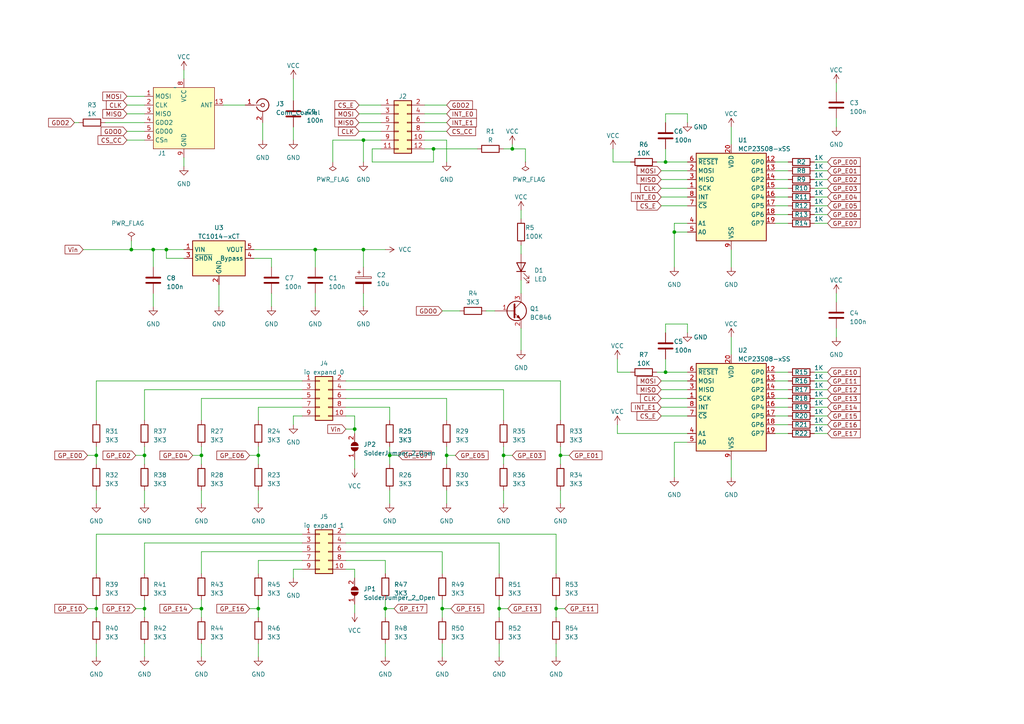
<source format=kicad_sch>
(kicad_sch (version 20230121) (generator eeschema)
  (paper "A4")
  (junction (at 162.56 132.08))
  (junction (at 27.94 132.08))
  (junction (at 111.76 176.53))
  (junction (at 91.44 72.39))
  (junction (at 129.54 132.08))
  (junction (at 58.42 132.08))
  (junction (at 48.26 72.39))
  (junction (at 125.73 43.18))
  (junction (at 113.03 132.08))
  (junction (at 44.45 72.39))
  (junction (at 74.93 176.53))
  (junction (at 41.91 176.53))
  (junction (at 41.91 132.08))
  (junction (at 38.1 72.39))
  (junction (at 102.87 124.46))
  (junction (at 161.29 176.53))
  (junction (at 27.94 176.53))
  (junction (at 144.78 176.53))
  (junction (at 105.41 40.64))
  (junction (at 193.04 46.99))
  (junction (at 195.58 67.31))
  (junction (at 128.27 176.53))
  (junction (at 193.04 107.95))
  (junction (at 74.93 132.08))
  (junction (at 105.41 72.39))
  (junction (at 58.42 176.53))
  (junction (at 146.05 132.08))
  (junction (at 148.59 43.18))
  (wire (pts (xy 224.79 62.23) (xy 228.6 62.23)))
  (wire (pts (xy 236.22 113.03) (xy 240.03 113.03)))
  (wire (pts (xy 74.93 132.08) (xy 74.93 134.62)))
  (wire (pts (xy 161.29 173.99) (xy 161.29 176.53)))
  (wire (pts (xy 55.88 132.08) (xy 58.42 132.08)))
  (wire (pts (xy 85.09 36.83) (xy 85.09 40.64)))
  (wire (pts (xy 58.42 115.57) (xy 87.63 115.57)))
  (wire (pts (xy 36.83 27.94) (xy 41.91 27.94)))
  (wire (pts (xy 27.94 132.08) (xy 27.94 134.62)))
  (wire (pts (xy 179.07 104.14) (xy 179.07 107.95)))
  (wire (pts (xy 236.22 107.95) (xy 240.03 107.95)))
  (wire (pts (xy 102.87 124.46) (xy 102.87 125.73)))
  (wire (pts (xy 27.94 186.69) (xy 27.94 190.5)))
  (wire (pts (xy 96.52 46.99) (xy 96.52 40.64)))
  (wire (pts (xy 27.94 121.92) (xy 27.94 110.49)))
  (wire (pts (xy 224.79 107.95) (xy 228.6 107.95)))
  (wire (pts (xy 73.66 74.93) (xy 78.74 74.93)))
  (wire (pts (xy 48.26 72.39) (xy 53.34 72.39)))
  (wire (pts (xy 41.91 173.99) (xy 41.91 176.53)))
  (wire (pts (xy 104.14 35.56) (xy 110.49 35.56)))
  (wire (pts (xy 144.78 157.48) (xy 144.78 166.37)))
  (wire (pts (xy 21.59 35.56) (xy 22.86 35.56)))
  (wire (pts (xy 100.33 165.1) (xy 102.87 165.1)))
  (wire (pts (xy 64.77 30.48) (xy 71.12 30.48)))
  (wire (pts (xy 105.41 85.09) (xy 105.41 88.9)))
  (wire (pts (xy 224.79 125.73) (xy 228.6 125.73)))
  (wire (pts (xy 224.79 115.57) (xy 228.6 115.57)))
  (wire (pts (xy 144.78 176.53) (xy 147.32 176.53)))
  (wire (pts (xy 53.34 45.72) (xy 53.34 48.26)))
  (wire (pts (xy 177.8 43.18) (xy 177.8 46.99)))
  (wire (pts (xy 236.22 54.61) (xy 240.03 54.61)))
  (wire (pts (xy 41.91 186.69) (xy 41.91 190.5)))
  (wire (pts (xy 162.56 132.08) (xy 165.1 132.08)))
  (wire (pts (xy 78.74 74.93) (xy 78.74 77.47)))
  (wire (pts (xy 111.76 176.53) (xy 114.3 176.53)))
  (wire (pts (xy 100.33 154.94) (xy 161.29 154.94)))
  (wire (pts (xy 179.07 125.73) (xy 199.39 125.73)))
  (wire (pts (xy 128.27 186.69) (xy 128.27 190.5)))
  (wire (pts (xy 191.77 54.61) (xy 199.39 54.61)))
  (wire (pts (xy 87.63 154.94) (xy 27.94 154.94)))
  (wire (pts (xy 58.42 132.08) (xy 58.42 134.62)))
  (wire (pts (xy 128.27 90.17) (xy 133.35 90.17)))
  (wire (pts (xy 113.03 132.08) (xy 113.03 134.62)))
  (wire (pts (xy 140.97 90.17) (xy 143.51 90.17)))
  (wire (pts (xy 105.41 72.39) (xy 111.76 72.39)))
  (wire (pts (xy 58.42 160.02) (xy 58.42 166.37)))
  (wire (pts (xy 199.39 64.77) (xy 195.58 64.77)))
  (wire (pts (xy 129.54 115.57) (xy 129.54 121.92)))
  (wire (pts (xy 38.1 72.39) (xy 44.45 72.39)))
  (wire (pts (xy 161.29 154.94) (xy 161.29 166.37)))
  (wire (pts (xy 212.09 36.83) (xy 212.09 41.91)))
  (wire (pts (xy 44.45 72.39) (xy 48.26 72.39)))
  (wire (pts (xy 195.58 67.31) (xy 195.58 77.47)))
  (wire (pts (xy 74.93 118.11) (xy 87.63 118.11)))
  (wire (pts (xy 146.05 132.08) (xy 146.05 134.62)))
  (wire (pts (xy 162.56 132.08) (xy 162.56 134.62)))
  (wire (pts (xy 236.22 46.99) (xy 240.03 46.99)))
  (wire (pts (xy 74.93 162.56) (xy 87.63 162.56)))
  (wire (pts (xy 100.33 124.46) (xy 102.87 124.46)))
  (wire (pts (xy 146.05 129.54) (xy 146.05 132.08)))
  (wire (pts (xy 242.57 95.25) (xy 242.57 97.79)))
  (wire (pts (xy 55.88 176.53) (xy 58.42 176.53)))
  (wire (pts (xy 74.93 176.53) (xy 74.93 179.07)))
  (wire (pts (xy 193.04 43.18) (xy 193.04 46.99)))
  (wire (pts (xy 144.78 176.53) (xy 144.78 179.07)))
  (wire (pts (xy 58.42 129.54) (xy 58.42 132.08)))
  (wire (pts (xy 128.27 176.53) (xy 130.81 176.53)))
  (wire (pts (xy 104.14 30.48) (xy 110.49 30.48)))
  (wire (pts (xy 85.09 22.86) (xy 85.09 29.21)))
  (wire (pts (xy 105.41 40.64) (xy 105.41 46.99)))
  (wire (pts (xy 102.87 133.35) (xy 102.87 135.89)))
  (wire (pts (xy 100.33 120.65) (xy 102.87 120.65)))
  (wire (pts (xy 24.13 72.39) (xy 38.1 72.39)))
  (wire (pts (xy 125.73 43.18) (xy 138.43 43.18)))
  (wire (pts (xy 74.93 186.69) (xy 74.93 190.5)))
  (wire (pts (xy 100.33 115.57) (xy 129.54 115.57)))
  (wire (pts (xy 146.05 132.08) (xy 148.59 132.08)))
  (wire (pts (xy 100.33 110.49) (xy 162.56 110.49)))
  (wire (pts (xy 193.04 46.99) (xy 199.39 46.99)))
  (wire (pts (xy 27.94 129.54) (xy 27.94 132.08)))
  (wire (pts (xy 48.26 74.93) (xy 48.26 72.39)))
  (wire (pts (xy 144.78 173.99) (xy 144.78 176.53)))
  (wire (pts (xy 236.22 115.57) (xy 240.03 115.57)))
  (wire (pts (xy 41.91 113.03) (xy 87.63 113.03)))
  (wire (pts (xy 125.73 46.99) (xy 125.73 43.18)))
  (wire (pts (xy 128.27 176.53) (xy 128.27 179.07)))
  (wire (pts (xy 236.22 62.23) (xy 240.03 62.23)))
  (wire (pts (xy 242.57 34.29) (xy 242.57 36.83)))
  (wire (pts (xy 123.19 38.1) (xy 129.54 38.1)))
  (wire (pts (xy 224.79 113.03) (xy 228.6 113.03)))
  (wire (pts (xy 41.91 142.24) (xy 41.91 146.05)))
  (wire (pts (xy 78.74 85.09) (xy 78.74 88.9)))
  (wire (pts (xy 161.29 176.53) (xy 163.83 176.53)))
  (wire (pts (xy 195.58 64.77) (xy 195.58 67.31)))
  (wire (pts (xy 27.94 173.99) (xy 27.94 176.53)))
  (wire (pts (xy 224.79 54.61) (xy 228.6 54.61)))
  (wire (pts (xy 58.42 121.92) (xy 58.42 115.57)))
  (wire (pts (xy 87.63 165.1) (xy 85.09 165.1)))
  (wire (pts (xy 53.34 20.32) (xy 53.34 22.86)))
  (wire (pts (xy 72.39 132.08) (xy 74.93 132.08)))
  (wire (pts (xy 191.77 49.53) (xy 199.39 49.53)))
  (wire (pts (xy 87.63 157.48) (xy 41.91 157.48)))
  (wire (pts (xy 74.93 129.54) (xy 74.93 132.08)))
  (wire (pts (xy 73.66 72.39) (xy 91.44 72.39)))
  (wire (pts (xy 74.93 121.92) (xy 74.93 118.11)))
  (wire (pts (xy 25.4 132.08) (xy 27.94 132.08)))
  (wire (pts (xy 161.29 186.69) (xy 161.29 190.5)))
  (wire (pts (xy 224.79 57.15) (xy 228.6 57.15)))
  (wire (pts (xy 212.09 97.79) (xy 212.09 102.87)))
  (wire (pts (xy 36.83 38.1) (xy 41.91 38.1)))
  (wire (pts (xy 193.04 93.98) (xy 199.39 93.98)))
  (wire (pts (xy 144.78 186.69) (xy 144.78 190.5)))
  (wire (pts (xy 236.22 120.65) (xy 240.03 120.65)))
  (wire (pts (xy 104.14 33.02) (xy 110.49 33.02)))
  (wire (pts (xy 151.13 95.25) (xy 151.13 101.6)))
  (wire (pts (xy 199.39 93.98) (xy 199.39 96.52)))
  (wire (pts (xy 224.79 64.77) (xy 228.6 64.77)))
  (wire (pts (xy 191.77 115.57) (xy 199.39 115.57)))
  (wire (pts (xy 100.33 113.03) (xy 146.05 113.03)))
  (wire (pts (xy 39.37 132.08) (xy 41.91 132.08)))
  (wire (pts (xy 193.04 104.14) (xy 193.04 107.95)))
  (wire (pts (xy 242.57 24.13) (xy 242.57 26.67)))
  (wire (pts (xy 224.79 120.65) (xy 228.6 120.65)))
  (wire (pts (xy 193.04 35.56) (xy 193.04 33.02)))
  (wire (pts (xy 123.19 40.64) (xy 129.54 40.64)))
  (wire (pts (xy 96.52 40.64) (xy 105.41 40.64)))
  (wire (pts (xy 63.5 82.55) (xy 63.5 88.9)))
  (wire (pts (xy 236.22 123.19) (xy 240.03 123.19)))
  (wire (pts (xy 236.22 52.07) (xy 240.03 52.07)))
  (wire (pts (xy 105.41 72.39) (xy 105.41 77.47)))
  (wire (pts (xy 104.14 38.1) (xy 110.49 38.1)))
  (wire (pts (xy 162.56 110.49) (xy 162.56 121.92)))
  (wire (pts (xy 236.22 59.69) (xy 240.03 59.69)))
  (wire (pts (xy 242.57 85.09) (xy 242.57 87.63)))
  (wire (pts (xy 74.93 173.99) (xy 74.93 176.53)))
  (wire (pts (xy 191.77 113.03) (xy 199.39 113.03)))
  (wire (pts (xy 27.94 142.24) (xy 27.94 146.05)))
  (wire (pts (xy 161.29 176.53) (xy 161.29 179.07)))
  (wire (pts (xy 113.03 142.24) (xy 113.03 146.05)))
  (wire (pts (xy 146.05 113.03) (xy 146.05 121.92)))
  (wire (pts (xy 191.77 118.11) (xy 199.39 118.11)))
  (wire (pts (xy 224.79 118.11) (xy 228.6 118.11)))
  (wire (pts (xy 110.49 43.18) (xy 107.95 43.18)))
  (wire (pts (xy 212.09 72.39) (xy 212.09 77.47)))
  (wire (pts (xy 111.76 176.53) (xy 111.76 179.07)))
  (wire (pts (xy 224.79 59.69) (xy 228.6 59.69)))
  (wire (pts (xy 113.03 118.11) (xy 113.03 121.92)))
  (wire (pts (xy 25.4 176.53) (xy 27.94 176.53)))
  (wire (pts (xy 111.76 173.99) (xy 111.76 176.53)))
  (wire (pts (xy 100.33 157.48) (xy 144.78 157.48)))
  (wire (pts (xy 162.56 129.54) (xy 162.56 132.08)))
  (wire (pts (xy 113.03 132.08) (xy 115.57 132.08)))
  (wire (pts (xy 123.19 33.02) (xy 129.54 33.02)))
  (wire (pts (xy 177.8 46.99) (xy 182.88 46.99)))
  (wire (pts (xy 100.33 160.02) (xy 128.27 160.02)))
  (wire (pts (xy 162.56 142.24) (xy 162.56 146.05)))
  (wire (pts (xy 110.49 40.64) (xy 105.41 40.64)))
  (wire (pts (xy 199.39 33.02) (xy 199.39 35.56)))
  (wire (pts (xy 191.77 59.69) (xy 199.39 59.69)))
  (wire (pts (xy 128.27 173.99) (xy 128.27 176.53)))
  (wire (pts (xy 100.33 162.56) (xy 111.76 162.56)))
  (wire (pts (xy 179.07 107.95) (xy 182.88 107.95)))
  (wire (pts (xy 152.4 43.18) (xy 148.59 43.18)))
  (wire (pts (xy 85.09 120.65) (xy 85.09 123.19)))
  (wire (pts (xy 87.63 160.02) (xy 58.42 160.02)))
  (wire (pts (xy 236.22 64.77) (xy 240.03 64.77)))
  (wire (pts (xy 236.22 118.11) (xy 240.03 118.11)))
  (wire (pts (xy 224.79 110.49) (xy 228.6 110.49)))
  (wire (pts (xy 193.04 33.02) (xy 199.39 33.02)))
  (wire (pts (xy 53.34 74.93) (xy 48.26 74.93)))
  (wire (pts (xy 58.42 186.69) (xy 58.42 190.5)))
  (wire (pts (xy 76.2 35.56) (xy 76.2 40.64)))
  (wire (pts (xy 74.93 142.24) (xy 74.93 146.05)))
  (wire (pts (xy 36.83 33.02) (xy 41.91 33.02)))
  (wire (pts (xy 212.09 133.35) (xy 212.09 138.43)))
  (wire (pts (xy 129.54 129.54) (xy 129.54 132.08)))
  (wire (pts (xy 123.19 30.48) (xy 129.54 30.48)))
  (wire (pts (xy 100.33 118.11) (xy 113.03 118.11)))
  (wire (pts (xy 193.04 96.52) (xy 193.04 93.98)))
  (wire (pts (xy 191.77 52.07) (xy 199.39 52.07)))
  (wire (pts (xy 128.27 160.02) (xy 128.27 166.37)))
  (wire (pts (xy 148.59 43.18) (xy 148.59 41.91)))
  (wire (pts (xy 190.5 107.95) (xy 193.04 107.95)))
  (wire (pts (xy 123.19 35.56) (xy 129.54 35.56)))
  (wire (pts (xy 36.83 40.64) (xy 41.91 40.64)))
  (wire (pts (xy 102.87 165.1) (xy 102.87 167.64)))
  (wire (pts (xy 199.39 67.31) (xy 195.58 67.31)))
  (wire (pts (xy 195.58 128.27) (xy 195.58 138.43)))
  (wire (pts (xy 236.22 110.49) (xy 240.03 110.49)))
  (wire (pts (xy 44.45 72.39) (xy 44.45 77.47)))
  (wire (pts (xy 224.79 52.07) (xy 228.6 52.07)))
  (wire (pts (xy 224.79 46.99) (xy 228.6 46.99)))
  (wire (pts (xy 41.91 132.08) (xy 41.91 134.62)))
  (wire (pts (xy 102.87 120.65) (xy 102.87 124.46)))
  (wire (pts (xy 236.22 49.53) (xy 240.03 49.53)))
  (wire (pts (xy 111.76 162.56) (xy 111.76 166.37)))
  (wire (pts (xy 193.04 107.95) (xy 199.39 107.95)))
  (wire (pts (xy 27.94 154.94) (xy 27.94 166.37)))
  (wire (pts (xy 224.79 123.19) (xy 228.6 123.19)))
  (wire (pts (xy 129.54 132.08) (xy 129.54 134.62)))
  (wire (pts (xy 38.1 69.85) (xy 38.1 72.39)))
  (wire (pts (xy 30.48 35.56) (xy 41.91 35.56)))
  (wire (pts (xy 91.44 72.39) (xy 91.44 77.47)))
  (wire (pts (xy 107.95 43.18) (xy 107.95 46.99)))
  (wire (pts (xy 146.05 43.18) (xy 148.59 43.18)))
  (wire (pts (xy 151.13 71.12) (xy 151.13 73.66)))
  (wire (pts (xy 111.76 186.69) (xy 111.76 190.5)))
  (wire (pts (xy 191.77 120.65) (xy 199.39 120.65)))
  (wire (pts (xy 72.39 176.53) (xy 74.93 176.53)))
  (wire (pts (xy 152.4 43.18) (xy 152.4 46.99)))
  (wire (pts (xy 85.09 165.1) (xy 85.09 167.64)))
  (wire (pts (xy 91.44 85.09) (xy 91.44 88.9)))
  (wire (pts (xy 224.79 49.53) (xy 228.6 49.53)))
  (wire (pts (xy 107.95 46.99) (xy 125.73 46.99)))
  (wire (pts (xy 27.94 110.49) (xy 87.63 110.49)))
  (wire (pts (xy 151.13 81.28) (xy 151.13 85.09)))
  (wire (pts (xy 39.37 176.53) (xy 41.91 176.53)))
  (wire (pts (xy 27.94 176.53) (xy 27.94 179.07)))
  (wire (pts (xy 36.83 30.48) (xy 41.91 30.48)))
  (wire (pts (xy 58.42 173.99) (xy 58.42 176.53)))
  (wire (pts (xy 87.63 120.65) (xy 85.09 120.65)))
  (wire (pts (xy 41.91 176.53) (xy 41.91 179.07)))
  (wire (pts (xy 74.93 166.37) (xy 74.93 162.56)))
  (wire (pts (xy 191.77 110.49) (xy 199.39 110.49)))
  (wire (pts (xy 58.42 142.24) (xy 58.42 146.05)))
  (wire (pts (xy 123.19 43.18) (xy 125.73 43.18)))
  (wire (pts (xy 199.39 128.27) (xy 195.58 128.27)))
  (wire (pts (xy 129.54 40.64) (xy 129.54 46.99)))
  (wire (pts (xy 113.03 129.54) (xy 113.03 132.08)))
  (wire (pts (xy 129.54 132.08) (xy 132.08 132.08)))
  (wire (pts (xy 146.05 142.24) (xy 146.05 146.05)))
  (wire (pts (xy 41.91 157.48) (xy 41.91 166.37)))
  (wire (pts (xy 41.91 113.03) (xy 41.91 121.92)))
  (wire (pts (xy 44.45 85.09) (xy 44.45 88.9)))
  (wire (pts (xy 151.13 63.5) (xy 151.13 60.96)))
  (wire (pts (xy 91.44 72.39) (xy 105.41 72.39)))
  (wire (pts (xy 129.54 142.24) (xy 129.54 146.05)))
  (wire (pts (xy 41.91 129.54) (xy 41.91 132.08)))
  (wire (pts (xy 102.87 175.26) (xy 102.87 177.8)))
  (wire (pts (xy 179.07 123.19) (xy 179.07 125.73)))
  (wire (pts (xy 191.77 57.15) (xy 199.39 57.15)))
  (wire (pts (xy 190.5 46.99) (xy 193.04 46.99)))
  (wire (pts (xy 58.42 176.53) (xy 58.42 179.07)))
  (wire (pts (xy 236.22 57.15) (xy 240.03 57.15)))
  (wire (pts (xy 236.22 125.73) (xy 240.03 125.73)))
  (global_label "Vin" (shape input) (at 100.33 124.46 180) (property "Intersheetrefs" "${INTERSHEET_REFS}" (effects hide)))
  (global_label "GP_E00" (shape input) (at 25.4 132.08 180) (property "Intersheetrefs" "${INTERSHEET_REFS}" (effects hide)))
  (global_label "GP_E14" (shape input) (at 55.88 176.53 180) (property "Intersheetrefs" "${INTERSHEET_REFS}" (effects hide)))
  (global_label "GP_E10" (shape input) (at 240.03 107.95 0) (property "Intersheetrefs" "${INTERSHEET_REFS}" (effects hide)))
  (global_label "GP_E11" (shape input) (at 240.03 110.49 0) (property "Intersheetrefs" "${INTERSHEET_REFS}" (effects hide)))
  (global_label "CS_E" (shape input) (at 191.77 59.69 180) (property "Intersheetrefs" "${INTERSHEET_REFS}" (effects hide)))
  (global_label "MISO" (shape input) (at 104.14 35.56 180) (property "Intersheetrefs" "${INTERSHEET_REFS}" (effects hide)))
  (global_label "MISO" (shape input) (at 191.77 113.03 180) (property "Intersheetrefs" "${INTERSHEET_REFS}" (effects hide)))
  (global_label "INT_E1" (shape input) (at 191.77 118.11 180) (property "Intersheetrefs" "${INTERSHEET_REFS}" (effects hide)))
  (global_label "GP_E06" (shape input) (at 240.03 62.23 0) (property "Intersheetrefs" "${INTERSHEET_REFS}" (effects hide)))
  (global_label "GP_E12" (shape input) (at 240.03 113.03 0) (property "Intersheetrefs" "${INTERSHEET_REFS}" (effects hide)))
  (global_label "GP_E03" (shape input) (at 148.59 132.08 0) (property "Intersheetrefs" "${INTERSHEET_REFS}" (effects hide)))
  (global_label "CS_E" (shape input) (at 191.77 120.65 180) (property "Intersheetrefs" "${INTERSHEET_REFS}" (effects hide)))
  (global_label "GDO2" (shape input) (at 129.54 30.48 0) (property "Intersheetrefs" "${INTERSHEET_REFS}" (effects hide)))
  (global_label "GP_E06" (shape input) (at 72.39 132.08 180) (property "Intersheetrefs" "${INTERSHEET_REFS}" (effects hide)))
  (global_label "GP_E07" (shape input) (at 115.57 132.08 0) (property "Intersheetrefs" "${INTERSHEET_REFS}" (effects hide)))
  (global_label "INT_E0" (shape input) (at 129.54 33.02 0) (property "Intersheetrefs" "${INTERSHEET_REFS}" (effects hide)))
  (global_label "MISO" (shape input) (at 191.77 52.07 180) (property "Intersheetrefs" "${INTERSHEET_REFS}" (effects hide)))
  (global_label "MOSI" (shape input) (at 104.14 33.02 180) (property "Intersheetrefs" "${INTERSHEET_REFS}" (effects hide)))
  (global_label "Vin" (shape input) (at 24.13 72.39 180) (property "Intersheetrefs" "${INTERSHEET_REFS}" (effects hide)))
  (global_label "GDO0" (shape input) (at 36.83 38.1 180) (property "Intersheetrefs" "${INTERSHEET_REFS}" (effects hide)))
  (global_label "GP_E17" (shape input) (at 240.03 125.73 0) (property "Intersheetrefs" "${INTERSHEET_REFS}" (effects hide)))
  (global_label "CS_CC" (shape input) (at 36.83 40.64 180) (property "Intersheetrefs" "${INTERSHEET_REFS}" (effects hide)))
  (global_label "CLK" (shape input) (at 191.77 54.61 180) (property "Intersheetrefs" "${INTERSHEET_REFS}" (effects hide)))
  (global_label "GP_E04" (shape input) (at 240.03 57.15 0) (property "Intersheetrefs" "${INTERSHEET_REFS}" (effects hide)))
  (global_label "GP_E03" (shape input) (at 240.03 54.61 0) (property "Intersheetrefs" "${INTERSHEET_REFS}" (effects hide)))
  (global_label "CLK" (shape input) (at 191.77 115.57 180) (property "Intersheetrefs" "${INTERSHEET_REFS}" (effects hide)))
  (global_label "GP_E11" (shape input) (at 163.83 176.53 0) (property "Intersheetrefs" "${INTERSHEET_REFS}" (effects hide)))
  (global_label "GP_E05" (shape input) (at 132.08 132.08 0) (property "Intersheetrefs" "${INTERSHEET_REFS}" (effects hide)))
  (global_label "GP_E00" (shape input) (at 240.03 46.99 0) (property "Intersheetrefs" "${INTERSHEET_REFS}" (effects hide)))
  (global_label "CS_E" (shape input) (at 104.14 30.48 180) (property "Intersheetrefs" "${INTERSHEET_REFS}" (effects hide)))
  (global_label "CLK" (shape input) (at 36.83 30.48 180) (property "Intersheetrefs" "${INTERSHEET_REFS}" (effects hide)))
  (global_label "GP_E16" (shape input) (at 240.03 123.19 0) (property "Intersheetrefs" "${INTERSHEET_REFS}" (effects hide)))
  (global_label "MOSI" (shape input) (at 191.77 49.53 180) (property "Intersheetrefs" "${INTERSHEET_REFS}" (effects hide)))
  (global_label "GP_E13" (shape input) (at 240.03 115.57 0) (property "Intersheetrefs" "${INTERSHEET_REFS}" (effects hide)))
  (global_label "GP_E13" (shape input) (at 147.32 176.53 0) (property "Intersheetrefs" "${INTERSHEET_REFS}" (effects hide)))
  (global_label "GP_E17" (shape input) (at 114.3 176.53 0) (property "Intersheetrefs" "${INTERSHEET_REFS}" (effects hide)))
  (global_label "GP_E01" (shape input) (at 240.03 49.53 0) (property "Intersheetrefs" "${INTERSHEET_REFS}" (effects hide)))
  (global_label "MOSI" (shape input) (at 36.83 27.94 180) (property "Intersheetrefs" "${INTERSHEET_REFS}" (effects hide)))
  (global_label "GP_E02" (shape input) (at 39.37 132.08 180) (property "Intersheetrefs" "${INTERSHEET_REFS}" (effects hide)))
  (global_label "GDO0" (shape input) (at 128.27 90.17 180) (property "Intersheetrefs" "${INTERSHEET_REFS}" (effects hide)))
  (global_label "MISO" (shape input) (at 36.83 33.02 180) (property "Intersheetrefs" "${INTERSHEET_REFS}" (effects hide)))
  (global_label "GP_E05" (shape input) (at 240.03 59.69 0) (property "Intersheetrefs" "${INTERSHEET_REFS}" (effects hide)))
  (global_label "GP_E15" (shape input) (at 130.81 176.53 0) (property "Intersheetrefs" "${INTERSHEET_REFS}" (effects hide)))
  (global_label "MOSI" (shape input) (at 191.77 110.49 180) (property "Intersheetrefs" "${INTERSHEET_REFS}" (effects hide)))
  (global_label "GDO2" (shape input) (at 21.59 35.56 180) (property "Intersheetrefs" "${INTERSHEET_REFS}" (effects hide)))
  (global_label "GP_E10" (shape input) (at 25.4 176.53 180) (property "Intersheetrefs" "${INTERSHEET_REFS}" (effects hide)))
  (global_label "INT_E0" (shape input) (at 191.77 57.15 180) (property "Intersheetrefs" "${INTERSHEET_REFS}" (effects hide)))
  (global_label "GP_E14" (shape input) (at 240.03 118.11 0) (property "Intersheetrefs" "${INTERSHEET_REFS}" (effects hide)))
  (global_label "GP_E12" (shape input) (at 39.37 176.53 180) (property "Intersheetrefs" "${INTERSHEET_REFS}" (effects hide)))
  (global_label "GP_E15" (shape input) (at 240.03 120.65 0) (property "Intersheetrefs" "${INTERSHEET_REFS}" (effects hide)))
  (global_label "GP_E16" (shape input) (at 72.39 176.53 180) (property "Intersheetrefs" "${INTERSHEET_REFS}" (effects hide)))
  (global_label "GP_E04" (shape input) (at 55.88 132.08 180) (property "Intersheetrefs" "${INTERSHEET_REFS}" (effects hide)))
  (global_label "INT_E1" (shape input) (at 129.54 35.56 0) (property "Intersheetrefs" "${INTERSHEET_REFS}" (effects hide)))
  (global_label "CS_CC" (shape input) (at 129.54 38.1 0) (property "Intersheetrefs" "${INTERSHEET_REFS}" (effects hide)))
  (global_label "GP_E07" (shape input) (at 240.03 64.77 0) (property "Intersheetrefs" "${INTERSHEET_REFS}" (effects hide)))
  (global_label "GP_E02" (shape input) (at 240.03 52.07 0) (property "Intersheetrefs" "${INTERSHEET_REFS}" (effects hide)))
  (global_label "CLK" (shape input) (at 104.14 38.1 180) (property "Intersheetrefs" "${INTERSHEET_REFS}" (effects hide)))
  (global_label "GP_E01" (shape input) (at 165.1 132.08 0) (property "Intersheetrefs" "${INTERSHEET_REFS}" (effects hide)))
  (symbol (lib_id "Device:C") (at 242.57 91.44 0) (unit 1)
    (property "Reference" "C4" (at 246.38 90.805 0) (effects (justify left)))
    (property "Value" "100n" (at 246.38 93.345 0) (effects (justify left)))
    (property "Footprint" "Capacitor_SMD:C_0805_2012Metric_Pad1.18x1.45mm_HandSolder" (effects hide))
  )
  (symbol (lib_id "power:GND") (at 199.39 96.52 0) (unit 1)
    (property "Reference" "#PWR026" (effects hide))
    (property "Value" "GND" (at 203.2 97.79 0))
  )
  (symbol (lib_id "Device:R") (at 232.41 59.69 90) (unit 1)
    (property "Reference" "R12" (at 232.41 59.69 90))
    (property "Value" "1K" (at 237.49 58.42 90))
    (property "Footprint" "Resistor_SMD:R_0805_2012Metric_Pad1.20x1.40mm_HandSolder" (effects hide))
  )
  (symbol (lib_id "power:GND") (at 212.09 138.43 0) (unit 1)
    (property "Reference" "#PWR022" (effects hide))
    (property "Value" "GND" (at 212.09 143.51 0))
  )
  (symbol (lib_id "Regulator_Linear:TC1014-xCT") (at 63.5 74.93 0) (unit 1)
    (property "Reference" "U3" (at 63.5 66.04 0))
    (property "Value" "TC1014-xCT" (at 63.5 68.58 0))
    (property "Footprint" "Package_TO_SOT_SMD:SOT-23-5" (effects hide))
    (property "Datasheet" "https://ww1.microchip.com/downloads/aemDocuments/documents/APID/ProductDocuments/DataSheets/21335e.pdf" (effects hide))
  )
  (symbol (lib_id "power:PWR_FLAG") (at 96.52 46.99 180) (unit 1)
    (property "Reference" "#FLG02" (effects hide))
    (property "Value" "PWR_FLAG" (at 96.52 52.07 0))
  )
  (symbol (lib_id "Device:R") (at 58.42 182.88 180) (unit 1)
    (property "Reference" "R44" (at 60.96 182.245 0) (effects (justify right)))
    (property "Value" "3K3" (at 60.96 184.785 0) (effects (justify right)))
    (property "Footprint" "Resistor_SMD:R_0805_2012Metric_Pad1.20x1.40mm_HandSolder" (effects hide))
  )
  (symbol (lib_id "power:VCC") (at 179.07 123.19 0) (unit 1)
    (property "Reference" "#PWR025" (effects hide))
    (property "Value" "VCC" (at 179.07 119.38 0))
  )
  (symbol (lib_id "Device:LED") (at 151.13 77.47 90) (unit 1)
    (property "Reference" "D1" (at 154.94 78.4225 90) (effects (justify right)))
    (property "Value" "LED" (at 154.94 80.9625 90) (effects (justify right)))
    (property "Footprint" "LED_SMD:LED_0805_2012Metric_Pad1.15x1.40mm_HandSolder" (effects hide))
  )
  (symbol (lib_id "Device:R") (at 232.41 64.77 90) (unit 1)
    (property "Reference" "R14" (at 232.41 64.77 90))
    (property "Value" "1K" (at 237.49 63.5 90))
    (property "Footprint" "Resistor_SMD:R_0805_2012Metric_Pad1.20x1.40mm_HandSolder" (effects hide))
  )
  (symbol (lib_id "Device:R") (at 74.93 125.73 180) (unit 1)
    (property "Reference" "R24" (at 77.47 125.095 0) (effects (justify right)))
    (property "Value" "3K3" (at 77.47 127.635 0) (effects (justify right)))
    (property "Footprint" "Resistor_SMD:R_0805_2012Metric_Pad1.20x1.40mm_HandSolder" (effects hide))
  )
  (symbol (lib_id "Device:R") (at 146.05 138.43 180) (unit 1)
    (property "Reference" "R36" (at 148.59 137.795 0) (effects (justify right)))
    (property "Value" "3K3" (at 148.59 140.335 0) (effects (justify right)))
    (property "Footprint" "Resistor_SMD:R_0805_2012Metric_Pad1.20x1.40mm_HandSolder" (effects hide))
  )
  (symbol (lib_id "power:GND") (at 212.09 77.47 0) (unit 1)
    (property "Reference" "#PWR014" (effects hide))
    (property "Value" "GND" (at 212.09 82.55 0))
  )
  (symbol (lib_id "Device:R") (at 41.91 182.88 180) (unit 1)
    (property "Reference" "R42" (at 44.45 182.245 0) (effects (justify right)))
    (property "Value" "3K3" (at 44.45 184.785 0) (effects (justify right)))
    (property "Footprint" "Resistor_SMD:R_0805_2012Metric_Pad1.20x1.40mm_HandSolder" (effects hide))
  )
  (symbol (lib_id "Device:R") (at 113.03 138.43 180) (unit 1)
    (property "Reference" "R26" (at 115.57 137.795 0) (effects (justify right)))
    (property "Value" "3K3" (at 115.57 140.335 0) (effects (justify right)))
    (property "Footprint" "Resistor_SMD:R_0805_2012Metric_Pad1.20x1.40mm_HandSolder" (effects hide))
  )
  (symbol (lib_id "Device:R") (at 27.94 170.18 180) (unit 1)
    (property "Reference" "R39" (at 30.48 169.545 0) (effects (justify right)))
    (property "Value" "3K3" (at 30.48 172.085 0) (effects (justify right)))
    (property "Footprint" "Resistor_SMD:R_0805_2012Metric_Pad1.20x1.40mm_HandSolder" (effects hide))
  )
  (symbol (lib_id "Device:R") (at 144.78 182.88 180) (unit 1)
    (property "Reference" "R52" (at 147.32 182.245 0) (effects (justify right)))
    (property "Value" "3K3" (at 147.32 184.785 0) (effects (justify right)))
    (property "Footprint" "Resistor_SMD:R_0805_2012Metric_Pad1.20x1.40mm_HandSolder" (effects hide))
  )
  (symbol (lib_id "Device:R") (at 232.41 120.65 90) (unit 1)
    (property "Reference" "R20" (at 232.41 120.65 90))
    (property "Value" "1K" (at 237.49 119.38 90))
    (property "Footprint" "Resistor_SMD:R_0805_2012Metric_Pad1.20x1.40mm_HandSolder" (effects hide))
  )
  (symbol (lib_id "Device:R") (at 232.41 110.49 90) (unit 1)
    (property "Reference" "R16" (at 232.41 110.49 90))
    (property "Value" "1K" (at 237.49 109.22 90))
    (property "Footprint" "Resistor_SMD:R_0805_2012Metric_Pad1.20x1.40mm_HandSolder" (effects hide))
  )
  (symbol (lib_id "Device:R") (at 232.41 49.53 90) (unit 1)
    (property "Reference" "R8" (at 232.41 49.53 90))
    (property "Value" "1K" (at 237.49 48.26 90))
    (property "Footprint" "Resistor_SMD:R_0805_2012Metric_Pad1.20x1.40mm_HandSolder" (effects hide))
  )
  (symbol (lib_id "power:VCC") (at 151.13 60.96 0) (unit 1)
    (property "Reference" "#PWR07" (effects hide))
    (property "Value" "VCC" (at 151.13 57.15 0))
  )
  (symbol (lib_id "Device:R") (at 41.91 125.73 180) (unit 1)
    (property "Reference" "R37" (at 44.45 125.095 0) (effects (justify right)))
    (property "Value" "3K3" (at 44.45 127.635 0) (effects (justify right)))
    (property "Footprint" "Resistor_SMD:R_0805_2012Metric_Pad1.20x1.40mm_HandSolder" (effects hide))
  )
  (symbol (lib_id "power:VCC") (at 177.8 43.18 0) (unit 1)
    (property "Reference" "#PWR017" (effects hide))
    (property "Value" "VCC" (at 177.8 39.37 0))
  )
  (symbol (lib_id "power:GND") (at 129.54 146.05 0) (unit 1)
    (property "Reference" "#PWR035" (effects hide))
    (property "Value" "GND" (at 129.54 151.13 0))
  )
  (symbol (lib_id "power:VCC") (at 212.09 97.79 0) (unit 1)
    (property "Reference" "#PWR021" (effects hide))
    (property "Value" "VCC" (at 212.09 93.98 0))
  )
  (symbol (lib_id "power:GND") (at 44.45 88.9 0) (unit 1)
    (property "Reference" "#PWR050" (effects hide))
    (property "Value" "GND" (at 44.45 93.98 0))
  )
  (symbol (lib_id "power:VCC") (at 102.87 135.89 180) (unit 1)
    (property "Reference" "#PWR048" (effects hide))
    (property "Value" "VCC" (at 102.87 140.97 0))
  )
  (symbol (lib_id "Device:R") (at 232.41 125.73 90) (unit 1)
    (property "Reference" "R22" (at 232.41 125.73 90))
    (property "Value" "1K" (at 237.49 124.46 90))
    (property "Footprint" "Resistor_SMD:R_0805_2012Metric_Pad1.20x1.40mm_HandSolder" (effects hide))
  )
  (symbol (lib_id "Device:C") (at 85.09 33.02 0) (unit 1)
    (property "Reference" "C9" (at 88.9 32.385 0) (effects (justify left)))
    (property "Value" "100n" (at 88.9 34.925 0) (effects (justify left)))
    (property "Footprint" "Capacitor_SMD:C_0805_2012Metric_Pad1.18x1.45mm_HandSolder" (effects hide))
  )
  (symbol (lib_id "power:GND") (at 27.94 190.5 0) (unit 1)
    (property "Reference" "#PWR040" (effects hide))
    (property "Value" "GND" (at 27.94 195.58 0))
  )
  (symbol (lib_id "power:GND") (at 105.41 46.99 0) (unit 1)
    (property "Reference" "#PWR01" (effects hide))
    (property "Value" "GND" (at 105.41 52.07 0))
  )
  (symbol (lib_id "Device:R") (at 129.54 125.73 180) (unit 1)
    (property "Reference" "R29" (at 132.08 125.095 0) (effects (justify right)))
    (property "Value" "3K3" (at 132.08 127.635 0) (effects (justify right)))
    (property "Footprint" "Resistor_SMD:R_0805_2012Metric_Pad1.20x1.40mm_HandSolder" (effects hide))
  )
  (symbol (lib_id "Connector_Generic:Conn_02x05_Odd_Even") (at 92.71 160.02 0) (unit 1)
    (property "Reference" "J5" (at 93.98 149.86 0))
    (property "Value" "io expand 1" (at 93.98 152.4 0))
    (property "Footprint" "Connector_PinHeader_2.54mm:PinHeader_2x05_P2.54mm_Horizontal" (effects hide))
  )
  (symbol (lib_id "Device:R") (at 232.41 57.15 90) (unit 1)
    (property "Reference" "R11" (at 232.41 57.15 90))
    (property "Value" "1K" (at 237.49 55.88 90))
    (property "Footprint" "Resistor_SMD:R_0805_2012Metric_Pad1.20x1.40mm_HandSolder" (effects hide))
  )
  (symbol (lib_id "Device:R") (at 58.42 138.43 180) (unit 1)
    (property "Reference" "R28" (at 60.96 137.795 0) (effects (justify right)))
    (property "Value" "3K3" (at 60.96 140.335 0) (effects (justify right)))
    (property "Footprint" "Resistor_SMD:R_0805_2012Metric_Pad1.20x1.40mm_HandSolder" (effects hide))
  )
  (symbol (lib_id "power:GND") (at 85.09 123.19 0) (unit 1)
    (property "Reference" "#PWR028" (effects hide))
    (property "Value" "GND" (at 85.09 128.27 0))
  )
  (symbol (lib_id "Device:R") (at 58.42 125.73 180) (unit 1)
    (property "Reference" "R27" (at 60.96 125.095 0) (effects (justify right)))
    (property "Value" "3K3" (at 60.96 127.635 0) (effects (justify right)))
    (property "Footprint" "Resistor_SMD:R_0805_2012Metric_Pad1.20x1.40mm_HandSolder" (effects hide))
  )
  (symbol (lib_id "Device:R") (at 151.13 67.31 180) (unit 1)
    (property "Reference" "R5" (at 153.67 66.04 0))
    (property "Value" "100K" (at 154.94 68.58 0))
    (property "Footprint" "Resistor_SMD:R_0805_2012Metric_Pad1.20x1.40mm_HandSolder" (effects hide))
  )
  (symbol (lib_id "power:VCC") (at 102.87 177.8 180) (unit 1)
    (property "Reference" "#PWR030" (effects hide))
    (property "Value" "VCC" (at 102.87 182.88 0))
  )
  (symbol (lib_id "Device:R") (at 129.54 138.43 180) (unit 1)
    (property "Reference" "R30" (at 132.08 137.795 0) (effects (justify right)))
    (property "Value" "3K3" (at 132.08 140.335 0) (effects (justify right)))
    (property "Footprint" "Resistor_SMD:R_0805_2012Metric_Pad1.20x1.40mm_HandSolder" (effects hide))
  )
  (symbol (lib_id "power:VCC") (at 179.07 104.14 0) (unit 1)
    (property "Reference" "#PWR019" (effects hide))
    (property "Value" "VCC" (at 179.07 100.33 0))
  )
  (symbol (lib_id "power:GND") (at 111.76 190.5 0) (unit 1)
    (property "Reference" "#PWR044" (effects hide))
    (property "Value" "GND" (at 111.76 195.58 0))
  )
  (symbol (lib_id "power:GND") (at 113.03 146.05 0) (unit 1)
    (property "Reference" "#PWR033" (effects hide))
    (property "Value" "GND" (at 113.03 151.13 0))
  )
  (symbol (lib_id "Device:R") (at 232.41 52.07 90) (unit 1)
    (property "Reference" "R9" (at 232.41 52.07 90))
    (property "Value" "1K" (at 237.49 50.8 90))
    (property "Footprint" "Resistor_SMD:R_0805_2012Metric_Pad1.20x1.40mm_HandSolder" (effects hide))
  )
  (symbol (lib_id "power:GND") (at 146.05 146.05 0) (unit 1)
    (property "Reference" "#PWR038" (effects hide))
    (property "Value" "GND" (at 146.05 151.13 0))
  )
  (symbol (lib_id "Device:R") (at 232.41 115.57 90) (unit 1)
    (property "Reference" "R18" (at 232.41 115.57 90))
    (property "Value" "1K" (at 237.49 114.3 90))
    (property "Footprint" "Resistor_SMD:R_0805_2012Metric_Pad1.20x1.40mm_HandSolder" (effects hide))
  )
  (symbol (lib_id "power:GND") (at 27.94 146.05 0) (unit 1)
    (property "Reference" "#PWR036" (effects hide))
    (property "Value" "GND" (at 27.94 151.13 0))
  )
  (symbol (lib_id "Device:R") (at 232.41 118.11 90) (unit 1)
    (property "Reference" "R19" (at 232.41 118.11 90))
    (property "Value" "1K" (at 237.49 116.84 90))
    (property "Footprint" "Resistor_SMD:R_0805_2012Metric_Pad1.20x1.40mm_HandSolder" (effects hide))
  )
  (symbol (lib_id "Device:R") (at 144.78 170.18 180) (unit 1)
    (property "Reference" "R51" (at 147.32 169.545 0) (effects (justify right)))
    (property "Value" "3K3" (at 147.32 172.085 0) (effects (justify right)))
    (property "Footprint" "Resistor_SMD:R_0805_2012Metric_Pad1.20x1.40mm_HandSolder" (effects hide))
  )
  (symbol (lib_id "power:PWR_FLAG") (at 38.1 69.85 0) (unit 1)
    (property "Reference" "#FLG03" (effects hide))
    (property "Value" "PWR_FLAG" (at 41.91 64.77 0) (effects (justify right)))
  )
  (symbol (lib_id "Device:R") (at 113.03 125.73 180) (unit 1)
    (property "Reference" "R25" (at 115.57 125.095 0) (effects (justify right)))
    (property "Value" "3K3" (at 115.57 127.635 0) (effects (justify right)))
    (property "Footprint" "Resistor_SMD:R_0805_2012Metric_Pad1.20x1.40mm_HandSolder" (effects hide))
  )
  (symbol (lib_id "Device:C") (at 78.74 81.28 0) (unit 1)
    (property "Reference" "C7" (at 82.55 80.645 0) (effects (justify left)))
    (property "Value" "100n" (at 82.55 83.185 0) (effects (justify left)))
    (property "Footprint" "Capacitor_SMD:C_0805_2012Metric_Pad1.18x1.45mm_HandSolder" (effects hide))
  )
  (symbol (lib_id "power:GND") (at 53.34 48.26 0) (unit 1)
    (property "Reference" "#PWR04" (effects hide))
    (property "Value" "GND" (at 53.34 53.34 0))
  )
  (symbol (lib_id "Transistor_BJT:BC846") (at 148.59 90.17 0) (unit 1)
    (property "Reference" "Q1" (at 153.67 89.535 0) (effects (justify left)))
    (property "Value" "BC846" (at 153.67 92.075 0) (effects (justify left)))
    (property "Footprint" "Package_TO_SOT_SMD:SOT-23" (effects hide))
    (property "Datasheet" "https://assets.nexperia.com/documents/data-sheet/BC846_SER.pdf" (effects hide))
  )
  (symbol (lib_id "power:VCC") (at 111.76 72.39 270) (unit 1)
    (property "Reference" "#PWR029" (effects hide))
    (property "Value" "VCC" (at 115.57 72.39 90) (effects (justify left)))
  )
  (symbol (lib_id "Device:C") (at 193.04 39.37 0) (mirror y) (unit 1)
    (property "Reference" "C6" (at 198.12 38.1 0) (effects (justify left)))
    (property "Value" "100n" (at 200.66 40.64 0) (effects (justify left)))
    (property "Footprint" "Capacitor_SMD:C_0805_2012Metric_Pad1.18x1.45mm_HandSolder" (effects hide))
  )
  (symbol (lib_id "power:GND") (at 151.13 101.6 0) (unit 1)
    (property "Reference" "#PWR06" (effects hide))
    (property "Value" "GND" (at 151.13 106.68 0))
  )
  (symbol (lib_id "pff_ic:MCP23S08-xSS") (at 212.09 118.11 0) (unit 1)
    (property "Reference" "U2" (at 214.0459 101.6 0) (effects (justify left)))
    (property "Value" "MCP23S08-xSS" (at 214.0459 104.14 0) (effects (justify left)))
    (property "Footprint" "Package_SO:SSOP-20_5.3x7.2mm_P0.65mm" (effects hide))
    (property "Datasheet" "https://ww1.microchip.com/downloads/aemDocuments/documents/APID/ProductDocuments/DataSheets/MCP23008-MCP23S08-Data-Sheet-DS20001919.pdf" (effects hide))
  )
  (symbol (lib_id "Connector_Generic:Conn_02x05_Odd_Even") (at 92.71 115.57 0) (unit 1)
    (property "Reference" "J4" (at 93.98 105.41 0))
    (property "Value" "io expand 0" (at 93.98 107.95 0))
    (property "Footprint" "Connector_PinHeader_2.54mm:PinHeader_2x05_P2.54mm_Horizontal" (effects hide))
  )
  (symbol (lib_id "Device:R") (at 186.69 46.99 90) (unit 1)
    (property "Reference" "R6" (at 186.69 41.91 90))
    (property "Value" "10K" (at 186.69 44.45 90))
    (property "Footprint" "Resistor_SMD:R_0805_2012Metric_Pad1.20x1.40mm_HandSolder" (effects hide))
  )
  (symbol (lib_id "Device:R") (at 232.41 123.19 90) (unit 1)
    (property "Reference" "R21" (at 232.41 123.19 90))
    (property "Value" "1K" (at 237.49 121.92 90))
    (property "Footprint" "Resistor_SMD:R_0805_2012Metric_Pad1.20x1.40mm_HandSolder" (effects hide))
  )
  (symbol (lib_id "power:GND") (at 195.58 138.43 0) (unit 1)
    (property "Reference" "#PWR020" (effects hide))
    (property "Value" "GND" (at 195.58 143.51 0))
  )
  (symbol (lib_id "Device:R") (at 74.93 138.43 180) (unit 1)
    (property "Reference" "R23" (at 77.47 137.795 0) (effects (justify right)))
    (property "Value" "3K3" (at 77.47 140.335 0) (effects (justify right)))
    (property "Footprint" "Resistor_SMD:R_0805_2012Metric_Pad1.20x1.40mm_HandSolder" (effects hide))
  )
  (symbol (lib_id "Device:R") (at 186.69 107.95 90) (unit 1)
    (property "Reference" "R7" (at 186.69 102.87 90))
    (property "Value" "10K" (at 186.69 105.41 90))
    (property "Footprint" "Resistor_SMD:R_0805_2012Metric_Pad1.20x1.40mm_HandSolder" (effects hide))
  )
  (symbol (lib_id "power:VCC") (at 242.57 85.09 0) (unit 1)
    (property "Reference" "#PWR023" (effects hide))
    (property "Value" "VCC" (at 242.57 81.28 0))
  )
  (symbol (lib_id "power:GND") (at 105.41 88.9 0) (unit 1)
    (property "Reference" "#PWR011" (effects hide))
    (property "Value" "GND" (at 105.41 93.98 0))
  )
  (symbol (lib_id "power:VCC") (at 242.57 24.13 0) (unit 1)
    (property "Reference" "#PWR016" (effects hide))
    (property "Value" "VCC" (at 242.57 20.32 0))
  )
  (symbol (lib_id "Device:R") (at 161.29 170.18 180) (unit 1)
    (property "Reference" "R53" (at 163.83 169.545 0) (effects (justify right)))
    (property "Value" "3K3" (at 163.83 172.085 0) (effects (justify right)))
    (property "Footprint" "Resistor_SMD:R_0805_2012Metric_Pad1.20x1.40mm_HandSolder" (effects hide))
  )
  (symbol (lib_id "power:VCC") (at 85.09 22.86 0) (unit 1)
    (property "Reference" "#PWR051" (effects hide))
    (property "Value" "VCC" (at 85.09 19.05 0))
  )
  (symbol (lib_id "power:GND") (at 85.09 40.64 0) (unit 1)
    (property "Reference" "#PWR010" (effects hide))
    (property "Value" "GND" (at 85.09 45.72 0))
  )
  (symbol (lib_id "power:GND") (at 242.57 36.83 0) (unit 1)
    (property "Reference" "#PWR015" (effects hide))
    (property "Value" "GND" (at 242.57 41.91 0))
  )
  (symbol (lib_id "power:GND") (at 41.91 146.05 0) (unit 1)
    (property "Reference" "#PWR039" (effects hide))
    (property "Value" "GND" (at 41.91 151.13 0))
  )
  (symbol (lib_id "Jumper:SolderJumper_2_Open") (at 102.87 171.45 90) (unit 1)
    (property "Reference" "JP1" (at 105.41 170.815 90) (effects (justify right)))
    (property "Value" "SolderJumper_2_Open" (at 105.41 173.355 90) (effects (justify right)))
    (property "Footprint" "Jumper:SolderJumper-2_P1.3mm_Open_TrianglePad1.0x1.5mm" (effects hide))
  )
  (symbol (lib_id "Device:R") (at 142.24 43.18 90) (unit 1)
    (property "Reference" "R1" (at 142.24 38.1 90))
    (property "Value" "R" (at 142.24 40.64 90))
    (property "Footprint" "Resistor_SMD:R_0805_2012Metric_Pad1.20x1.40mm_HandSolder" (effects hide))
  )
  (symbol (lib_id "power:VCC") (at 53.34 20.32 0) (unit 1)
    (property "Reference" "#PWR05" (effects hide))
    (property "Value" "VCC" (at 53.34 16.51 0))
  )
  (symbol (lib_id "Device:R") (at 232.41 62.23 90) (unit 1)
    (property "Reference" "R13" (at 232.41 62.23 90))
    (property "Value" "1K" (at 237.49 60.96 90))
    (property "Footprint" "Resistor_SMD:R_0805_2012Metric_Pad1.20x1.40mm_HandSolder" (effects hide))
  )
  (symbol (lib_id "Device:R") (at 27.94 182.88 180) (unit 1)
    (property "Reference" "R40" (at 30.48 182.245 0) (effects (justify right)))
    (property "Value" "3K3" (at 30.48 184.785 0) (effects (justify right)))
    (property "Footprint" "Resistor_SMD:R_0805_2012Metric_Pad1.20x1.40mm_HandSolder" (effects hide))
  )
  (symbol (lib_id "Device:R") (at 232.41 113.03 90) (unit 1)
    (property "Reference" "R17" (at 232.41 113.03 90))
    (property "Value" "1K" (at 237.49 111.76 90))
    (property "Footprint" "Resistor_SMD:R_0805_2012Metric_Pad1.20x1.40mm_HandSolder" (effects hide))
  )
  (symbol (lib_id "Device:R") (at 74.93 182.88 180) (unit 1)
    (property "Reference" "R46" (at 77.47 182.245 0) (effects (justify right)))
    (property "Value" "3K3" (at 77.47 184.785 0) (effects (justify right)))
    (property "Footprint" "Resistor_SMD:R_0805_2012Metric_Pad1.20x1.40mm_HandSolder" (effects hide))
  )
  (symbol (lib_id "Device:R") (at 137.16 90.17 90) (unit 1)
    (property "Reference" "R4" (at 137.16 85.09 90))
    (property "Value" "3K3" (at 137.16 87.63 90))
    (property "Footprint" "Resistor_SMD:R_0805_2012Metric_Pad1.20x1.40mm_HandSolder" (effects hide))
  )
  (symbol (lib_id "Connector_Generic:Conn_02x06_Odd_Even") (at 115.57 35.56 0) (unit 1)
    (property "Reference" "J2" (at 116.84 27.94 0))
    (property "Value" "Conn_02x06_Odd_Even" (effects hide))
    (property "Footprint" "Connector_PinHeader_2.54mm:PinHeader_2x06_P2.54mm_Horizontal" (effects hide))
  )
  (symbol (lib_id "power:GND") (at 199.39 35.56 0) (unit 1)
    (property "Reference" "#PWR027" (effects hide))
    (property "Value" "GND" (at 203.2 36.83 0))
  )
  (symbol (lib_id "power:GND") (at 58.42 190.5 0) (unit 1)
    (property "Reference" "#PWR042" (effects hide))
    (property "Value" "GND" (at 58.42 195.58 0))
  )
  (symbol (lib_id "Device:C") (at 242.57 30.48 0) (unit 1)
    (property "Reference" "C3" (at 246.38 29.845 0) (effects (justify left)))
    (property "Value" "100n" (at 246.38 32.385 0) (effects (justify left)))
    (property "Footprint" "Capacitor_SMD:C_0805_2012Metric_Pad1.18x1.45mm_HandSolder" (effects hide))
  )
  (symbol (lib_id "Device:R") (at 111.76 170.18 180) (unit 1)
    (property "Reference" "R47" (at 114.3 169.545 0) (effects (justify right)))
    (property "Value" "3K3" (at 114.3 172.085 0) (effects (justify right)))
    (property "Footprint" "Resistor_SMD:R_0805_2012Metric_Pad1.20x1.40mm_HandSolder" (effects hide))
  )
  (symbol (lib_id "Device:R") (at 74.93 170.18 180) (unit 1)
    (property "Reference" "R45" (at 77.47 169.545 0) (effects (justify right)))
    (property "Value" "3K3" (at 77.47 172.085 0) (effects (justify right)))
    (property "Footprint" "Resistor_SMD:R_0805_2012Metric_Pad1.20x1.40mm_HandSolder" (effects hide))
  )
  (symbol (lib_id "Connector:Conn_Coaxial") (at 76.2 30.48 0) (unit 1)
    (property "Reference" "J3" (at 80.01 30.1382 0) (effects (justify left)))
    (property "Value" "Conn_Coaxial" (at 80.01 32.6782 0) (effects (justify left)))
    (property "Footprint" "pff_connectors:SMA-16" (effects hide))
    (property "Datasheet" " ~" (effects hide))
  )
  (symbol (lib_id "Device:R") (at 111.76 182.88 180) (unit 1)
    (property "Reference" "R48" (at 114.3 182.245 0) (effects (justify right)))
    (property "Value" "3K3" (at 114.3 184.785 0) (effects (justify right)))
    (property "Footprint" "Resistor_SMD:R_0805_2012Metric_Pad1.20x1.40mm_HandSolder" (effects hide))
  )
  (symbol (lib_id "power:GND") (at 144.78 190.5 0) (unit 1)
    (property "Reference" "#PWR046" (effects hide))
    (property "Value" "GND" (at 144.78 195.58 0))
  )
  (symbol (lib_id "power:GND") (at 58.42 146.05 0) (unit 1)
    (property "Reference" "#PWR034" (effects hide))
    (property "Value" "GND" (at 58.42 151.13 0))
  )
  (symbol (lib_id "Device:R") (at 232.41 54.61 90) (unit 1)
    (property "Reference" "R10" (at 232.41 54.61 90))
    (property "Value" "1K" (at 237.49 53.34 90))
    (property "Footprint" "Resistor_SMD:R_0805_2012Metric_Pad1.20x1.40mm_HandSolder" (effects hide))
  )
  (symbol (lib_id "Device:R") (at 128.27 182.88 180) (unit 1)
    (property "Reference" "R50" (at 130.81 182.245 0) (effects (justify right)))
    (property "Value" "3K3" (at 130.81 184.785 0) (effects (justify right)))
    (property "Footprint" "Resistor_SMD:R_0805_2012Metric_Pad1.20x1.40mm_HandSolder" (effects hide))
  )
  (symbol (lib_id "Device:R") (at 58.42 170.18 180) (unit 1)
    (property "Reference" "R43" (at 60.96 169.545 0) (effects (justify right)))
    (property "Value" "3K3" (at 60.96 172.085 0) (effects (justify right)))
    (property "Footprint" "Resistor_SMD:R_0805_2012Metric_Pad1.20x1.40mm_HandSolder" (effects hide))
  )
  (symbol (lib_id "power:GND") (at 78.74 88.9 0) (unit 1)
    (property "Reference" "#PWR08" (effects hide))
    (property "Value" "GND" (at 78.74 93.98 0))
  )
  (symbol (lib_id "power:GND") (at 63.5 88.9 0) (unit 1)
    (property "Reference" "#PWR049" (effects hide))
    (property "Value" "GND" (at 63.5 93.98 0))
  )
  (symbol (lib_id "Device:R") (at 162.56 138.43 180) (unit 1)
    (property "Reference" "R34" (at 165.1 137.795 0) (effects (justify right)))
    (property "Value" "3K3" (at 165.1 140.335 0) (effects (justify right)))
    (property "Footprint" "Resistor_SMD:R_0805_2012Metric_Pad1.20x1.40mm_HandSolder" (effects hide))
  )
  (symbol (lib_id "Device:R") (at 162.56 125.73 180) (unit 1)
    (property "Reference" "R33" (at 165.1 125.095 0) (effects (justify right)))
    (property "Value" "3K3" (at 165.1 127.635 0) (effects (justify right)))
    (property "Footprint" "Resistor_SMD:R_0805_2012Metric_Pad1.20x1.40mm_HandSolder" (effects hide))
  )
  (symbol (lib_id "Device:R") (at 128.27 170.18 180) (unit 1)
    (property "Reference" "R49" (at 130.81 169.545 0) (effects (justify right)))
    (property "Value" "3K3" (at 130.81 172.085 0) (effects (justify right)))
    (property "Footprint" "Resistor_SMD:R_0805_2012Metric_Pad1.20x1.40mm_HandSolder" (effects hide))
  )
  (symbol (lib_id "power:GND") (at 129.54 46.99 0) (unit 1)
    (property "Reference" "#PWR02" (effects hide))
    (property "Value" "GND" (at 129.54 52.07 0))
  )
  (symbol (lib_id "power:GND") (at 91.44 88.9 0) (unit 1)
    (property "Reference" "#PWR09" (effects hide))
    (property "Value" "GND" (at 91.44 93.98 0))
  )
  (symbol (lib_id "power:PWR_FLAG") (at 152.4 46.99 180) (unit 1)
    (property "Reference" "#FLG01" (effects hide))
    (property "Value" "PWR_FLAG" (at 148.59 52.07 0) (effects (justify right)))
  )
  (symbol (lib_id "Device:R") (at 41.91 170.18 180) (unit 1)
    (property "Reference" "R41" (at 44.45 169.545 0) (effects (justify right)))
    (property "Value" "3K3" (at 44.45 172.085 0) (effects (justify right)))
    (property "Footprint" "Resistor_SMD:R_0805_2012Metric_Pad1.20x1.40mm_HandSolder" (effects hide))
  )
  (symbol (lib_id "Device:R") (at 27.94 125.73 180) (unit 1)
    (property "Reference" "R31" (at 30.48 125.095 0) (effects (justify right)))
    (property "Value" "3K3" (at 30.48 127.635 0) (effects (justify right)))
    (property "Footprint" "Resistor_SMD:R_0805_2012Metric_Pad1.20x1.40mm_HandSolder" (effects hide))
  )
  (symbol (lib_id "Device:C_Polarized") (at 105.41 81.28 0) (unit 1)
    (property "Reference" "C2" (at 109.22 79.756 0) (effects (justify left)))
    (property "Value" "10u" (at 109.22 82.296 0) (effects (justify left)))
    (property "Footprint" "Capacitor_SMD:C_Elec_4x5.8" (effects hide))
  )
  (symbol (lib_id "Device:R") (at 41.91 138.43 180) (unit 1)
    (property "Reference" "R38" (at 44.45 137.795 0) (effects (justify right)))
    (property "Value" "3K3" (at 44.45 140.335 0) (effects (justify right)))
    (property "Footprint" "Resistor_SMD:R_0805_2012Metric_Pad1.20x1.40mm_HandSolder" (effects hide))
  )
  (symbol (lib_id "power:GND") (at 195.58 77.47 0) (unit 1)
    (property "Reference" "#PWR018" (effects hide))
    (property "Value" "GND" (at 195.58 82.55 0))
  )
  (symbol (lib_id "Device:R") (at 232.41 46.99 90) (unit 1)
    (property "Reference" "R2" (at 232.41 46.99 90))
    (property "Value" "1K" (at 237.49 45.72 90))
    (property "Footprint" "Resistor_SMD:R_0805_2012Metric_Pad1.20x1.40mm_HandSolder" (effects hide))
  )
  (symbol (lib_id "power:GND") (at 41.91 190.5 0) (unit 1)
    (property "Reference" "#PWR041" (effects hide))
    (property "Value" "GND" (at 41.91 195.58 0))
  )
  (symbol (lib_id "Device:C") (at 91.44 81.28 0) (unit 1)
    (property "Reference" "C1" (at 95.25 80.645 0) (effects (justify left)))
    (property "Value" "100n" (at 95.25 83.185 0) (effects (justify left)))
    (property "Footprint" "Capacitor_SMD:C_0805_2012Metric_Pad1.18x1.45mm_HandSolder" (effects hide))
  )
  (symbol (lib_id "Device:R") (at 27.94 138.43 180) (unit 1)
    (property "Reference" "R32" (at 30.48 137.795 0) (effects (justify right)))
    (property "Value" "3K3" (at 30.48 140.335 0) (effects (justify right)))
    (property "Footprint" "Resistor_SMD:R_0805_2012Metric_Pad1.20x1.40mm_HandSolder" (effects hide))
  )
  (symbol (lib_id "power:GND") (at 162.56 146.05 0) (unit 1)
    (property "Reference" "#PWR037" (effects hide))
    (property "Value" "GND" (at 162.56 151.13 0))
  )
  (symbol (lib_id "Device:C") (at 193.04 100.33 0) (mirror y) (unit 1)
    (property "Reference" "C5" (at 198.12 99.06 0) (effects (justify left)))
    (property "Value" "100n" (at 200.66 101.6 0) (effects (justify left)))
    (property "Footprint" "Capacitor_SMD:C_0805_2012Metric_Pad1.18x1.45mm_HandSolder" (effects hide))
  )
  (symbol (lib_id "power:GND") (at 242.57 97.79 0) (unit 1)
    (property "Reference" "#PWR024" (effects hide))
    (property "Value" "GND" (at 242.57 102.87 0))
  )
  (symbol (lib_id "pff_ic:MCP23S08-xSS") (at 212.09 57.15 0) (unit 1)
    (property "Reference" "U1" (at 214.0459 40.64 0) (effects (justify left)))
    (property "Value" "MCP23S08-xSS" (at 214.0459 43.18 0) (effects (justify left)))
    (property "Footprint" "Package_SO:SSOP-20_5.3x7.2mm_P0.65mm" (effects hide))
    (property "Datasheet" "https://ww1.microchip.com/downloads/aemDocuments/documents/APID/ProductDocuments/DataSheets/MCP23008-MCP23S08-Data-Sheet-DS20001919.pdf" (effects hide))
  )
  (symbol (lib_id "power:GND") (at 74.93 146.05 0) (unit 1)
    (property "Reference" "#PWR032" (effects hide))
    (property "Value" "GND" (at 74.93 151.13 0))
  )
  (symbol (lib_id "power:VCC") (at 212.09 36.83 0) (unit 1)
    (property "Reference" "#PWR013" (effects hide))
    (property "Value" "VCC" (at 212.09 33.02 0))
  )
  (symbol (lib_id "Device:C") (at 44.45 81.28 0) (unit 1)
    (property "Reference" "C8" (at 48.26 80.645 0) (effects (justify left)))
    (property "Value" "100n" (at 48.26 83.185 0) (effects (justify left)))
    (property "Footprint" "Capacitor_SMD:C_0805_2012Metric_Pad1.18x1.45mm_HandSolder" (effects hide))
  )
  (symbol (lib_id "power:GND") (at 128.27 190.5 0) (unit 1)
    (property "Reference" "#PWR045" (effects hide))
    (property "Value" "GND" (at 128.27 195.58 0))
  )
  (symbol (lib_id "power:VCC") (at 148.59 41.91 0) (unit 1)
    (property "Reference" "#PWR03" (effects hide))
    (property "Value" "VCC" (at 148.59 38.1 0))
  )
  (symbol (lib_id "Device:R") (at 146.05 125.73 180) (unit 1)
    (property "Reference" "R35" (at 148.59 125.095 0) (effects (justify right)))
    (property "Value" "3K3" (at 148.59 127.635 0) (effects (justify right)))
    (property "Footprint" "Resistor_SMD:R_0805_2012Metric_Pad1.20x1.40mm_HandSolder" (effects hide))
  )
  (symbol (lib_id "power:GND") (at 76.2 40.64 0) (unit 1)
    (property "Reference" "#PWR012" (effects hide))
    (property "Value" "GND" (at 76.2 45.72 0))
  )
  (symbol (lib_id "power:GND") (at 85.09 167.64 0) (unit 1)
    (property "Reference" "#PWR031" (effects hide))
    (property "Value" "GND" (at 85.09 172.72 0))
  )
  (symbol (lib_id "Jumper:SolderJumper_2_Open") (at 102.87 129.54 90) (unit 1)
    (property "Reference" "JP2" (at 105.41 128.905 90) (effects (justify right)))
    (property "Value" "SolderJumper_2_Open" (at 105.41 131.445 90) (effects (justify right)))
    (property "Footprint" "Jumper:SolderJumper-2_P1.3mm_Open_TrianglePad1.0x1.5mm" (effects hide))
  )
  (symbol (lib_id "Device:R") (at 161.29 182.88 180) (unit 1)
    (property "Reference" "R54" (at 163.83 182.245 0) (effects (justify right)))
    (property "Value" "3K3" (at 163.83 184.785 0) (effects (justify right)))
    (property "Footprint" "Resistor_SMD:R_0805_2012Metric_Pad1.20x1.40mm_HandSolder" (effects hide))
  )
  (symbol (lib_id "Device:R") (at 26.67 35.56 90) (unit 1)
    (property "Reference" "R3" (at 26.67 30.48 90))
    (property "Value" "1K" (at 26.67 33.02 90))
    (property "Footprint" "Resistor_SMD:R_0805_2012Metric_Pad1.20x1.40mm_HandSolder" (effects hide))
  )
  (symbol (lib_id "power:GND") (at 161.29 190.5 0) (unit 1)
    (property "Reference" "#PWR047" (effects hide))
    (property "Value" "GND" (at 161.29 195.58 0))
  )
  (symbol (lib_id "pff_connectors:RC-CC1101-SPI-SMT") (at 53.34 34.29 0) (unit 1)
    (property "Reference" "J1" (at 46.99 44.45 0))
    (property "Value" "~" (at 50.8 25.4 0))
    (property "Footprint" "pff_connectors:RC-CC1101-SPI-SMT" (effects hide))
  )
  (symbol (lib_id "Device:R") (at 232.41 107.95 90) (unit 1)
    (property "Reference" "R15" (at 232.41 107.95 90))
    (property "Value" "1K" (at 237.49 106.68 90))
    (property "Footprint" "Resistor_SMD:R_0805_2012Metric_Pad1.20x1.40mm_HandSolder" (effects hide))
  )
  (symbol (lib_id "power:GND") (at 74.93 190.5 0) (unit 1)
    (property "Reference" "#PWR043" (effects hide))
    (property "Value" "GND" (at 74.93 195.58 0))
  )
)
</source>
